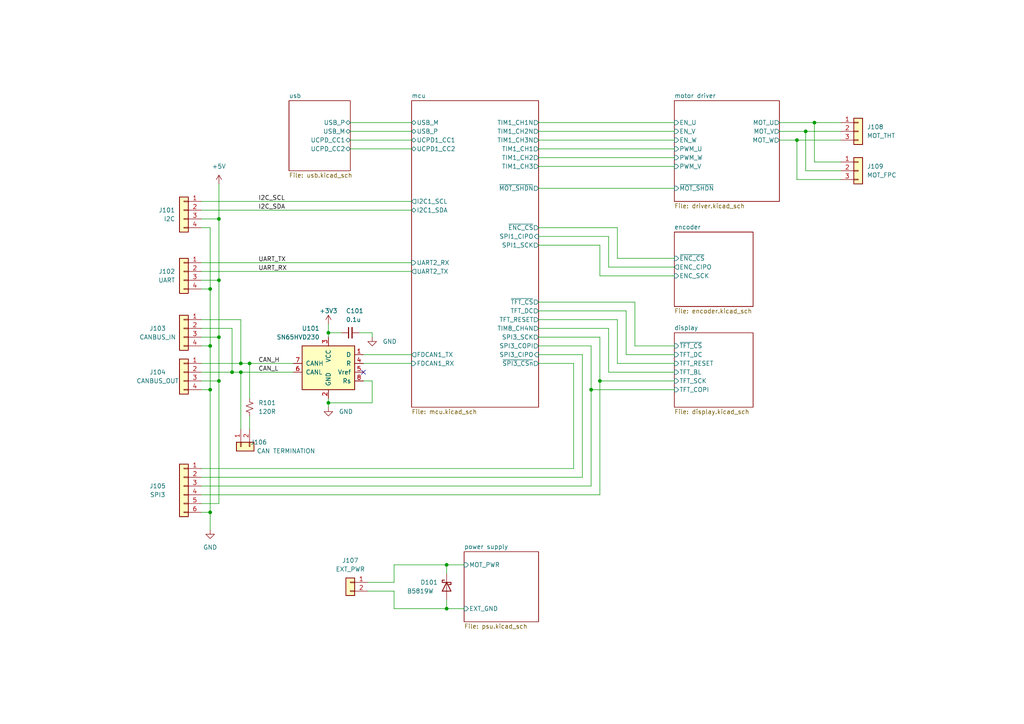
<source format=kicad_sch>
(kicad_sch (version 20230121) (generator eeschema)
  (paper "A4")
  (title_block (title "PERIPHERAL DIAGRAM") (date "2023-06-17") (rev "1.0") (company "matei repair lab"))
  (lib_symbols
    (symbol "Connector_Generic:Conn_01x02" (pin_names (offset 1.016) hide)
      (property "Reference" "J" (at 0 2.54 0))
      (property "Value" "Conn_01x02" (at 0 -5.08 0))
      (symbol "Conn_01x02_1_1"
        (rectangle (start -1.27 -2.413) (end 0 -2.667) (stroke (width 0.1524)))
        (rectangle (start -1.27 0.127) (end 0 -0.127) (stroke (width 0.1524)))
        (rectangle (start -1.27 1.27) (end 1.27 -3.81) (stroke (width 0.254)) (fill (type background)))
        (pin passive line (at -5.08 0 0) (length 3.81) (name "Pin_1") (number "1"))
        (pin passive line (at -5.08 -2.54 0) (length 3.81) (name "Pin_2") (number "2"))
      )
    )
    (symbol "Connector_Generic:Conn_01x03" (pin_names (offset 1.016) hide)
      (property "Reference" "J" (at 0 5.08 0))
      (property "Value" "Conn_01x03" (at 0 -5.08 0))
      (symbol "Conn_01x03_1_1"
        (rectangle (start -1.27 -2.413) (end 0 -2.667) (stroke (width 0.1524)))
        (rectangle (start -1.27 0.127) (end 0 -0.127) (stroke (width 0.1524)))
        (rectangle (start -1.27 2.667) (end 0 2.413) (stroke (width 0.1524)))
        (rectangle (start -1.27 3.81) (end 1.27 -3.81) (stroke (width 0.254)) (fill (type background)))
        (pin passive line (at -5.08 2.54 0) (length 3.81) (name "Pin_1") (number "1"))
        (pin passive line (at -5.08 0 0) (length 3.81) (name "Pin_2") (number "2"))
        (pin passive line (at -5.08 -2.54 0) (length 3.81) (name "Pin_3") (number "3"))
      )
    )
    (symbol "Connector_Generic:Conn_01x04" (pin_names (offset 1.016) hide)
      (property "Reference" "J" (at 0 5.08 0))
      (property "Value" "Conn_01x04" (at 0 -7.62 0))
      (symbol "Conn_01x04_1_1"
        (rectangle (start -1.27 -4.953) (end 0 -5.207) (stroke (width 0.1524)))
        (rectangle (start -1.27 -2.413) (end 0 -2.667) (stroke (width 0.1524)))
        (rectangle (start -1.27 0.127) (end 0 -0.127) (stroke (width 0.1524)))
        (rectangle (start -1.27 2.667) (end 0 2.413) (stroke (width 0.1524)))
        (rectangle (start -1.27 3.81) (end 1.27 -6.35) (stroke (width 0.254)) (fill (type background)))
        (pin passive line (at -5.08 2.54 0) (length 3.81) (name "Pin_1") (number "1"))
        (pin passive line (at -5.08 0 0) (length 3.81) (name "Pin_2") (number "2"))
        (pin passive line (at -5.08 -2.54 0) (length 3.81) (name "Pin_3") (number "3"))
        (pin passive line (at -5.08 -5.08 0) (length 3.81) (name "Pin_4") (number "4"))
      )
    )
    (symbol "Connector_Generic:Conn_01x06" (pin_names (offset 1.016) hide)
      (property "Reference" "J" (at 0 7.62 0))
      (property "Value" "Conn_01x06" (at 0 -10.16 0))
      (symbol "Conn_01x06_1_1"
        (rectangle (start -1.27 -7.493) (end 0 -7.747) (stroke (width 0.1524)))
        (rectangle (start -1.27 -4.953) (end 0 -5.207) (stroke (width 0.1524)))
        (rectangle (start -1.27 -2.413) (end 0 -2.667) (stroke (width 0.1524)))
        (rectangle (start -1.27 0.127) (end 0 -0.127) (stroke (width 0.1524)))
        (rectangle (start -1.27 2.667) (end 0 2.413) (stroke (width 0.1524)))
        (rectangle (start -1.27 5.207) (end 0 4.953) (stroke (width 0.1524)))
        (rectangle (start -1.27 6.35) (end 1.27 -8.89) (stroke (width 0.254)) (fill (type background)))
        (pin passive line (at -5.08 5.08 0) (length 3.81) (name "Pin_1") (number "1"))
        (pin passive line (at -5.08 2.54 0) (length 3.81) (name "Pin_2") (number "2"))
        (pin passive line (at -5.08 0 0) (length 3.81) (name "Pin_3") (number "3"))
        (pin passive line (at -5.08 -2.54 0) (length 3.81) (name "Pin_4") (number "4"))
        (pin passive line (at -5.08 -5.08 0) (length 3.81) (name "Pin_5") (number "5"))
        (pin passive line (at -5.08 -7.62 0) (length 3.81) (name "Pin_6") (number "6"))
      )
    )
    (symbol "Device:C_Small" (pin_numbers hide) (pin_names (offset 0.254) hide)
      (property "Reference" "C" (at 0.254 1.778 0))
      (property "Value" "C_Small" (at 0.254 -2.032 0))
      (symbol "C_Small_0_1"
        (polyline (pts (xy -1.524 -0.508) (xy 1.524 -0.508)) (stroke (width 0.3302)))
        (polyline (pts (xy -1.524 0.508) (xy 1.524 0.508)) (stroke (width 0.3048)))
      )
      (symbol "C_Small_1_1"
        (pin passive line (at 0 2.54 270) (length 2.032) (name "~") (number "1"))
        (pin passive line (at 0 -2.54 90) (length 2.032) (name "~") (number "2"))
      )
    )
    (symbol "Device:D_Schottky" (pin_numbers hide) (pin_names (offset 1.016) hide)
      (property "Reference" "D" (at 0 2.54 0))
      (property "Value" "D_Schottky" (at 0 -2.54 0))
      (symbol "D_Schottky_0_1"
        (polyline (pts (xy 1.27 0) (xy -1.27 0)))
        (polyline (pts (xy 1.27 1.27) (xy 1.27 -1.27) (xy -1.27 0) (xy 1.27 1.27)) (stroke (width 0.254)))
        (polyline (pts (xy -1.905 0.635) (xy -1.905 1.27) (xy -1.27 1.27) (xy -1.27 -1.27) (xy -0.635 -1.27) (xy -0.635 -0.635)) (stroke (width 0.254)))
      )
      (symbol "D_Schottky_1_1"
        (pin passive line (at -3.81 0 0) (length 2.54) (name "K") (number "1"))
        (pin passive line (at 3.81 0 180) (length 2.54) (name "A") (number "2"))
      )
    )
    (symbol "Device:R_Small_US" (pin_numbers hide) (pin_names (offset 0.254) hide)
      (property "Reference" "R" (at 0.762 0.508 0))
      (property "Value" "R_Small_US" (at 0.762 -1.016 0))
      (symbol "R_Small_US_1_1"
        (polyline (pts (xy 0 0) (xy 1.016 -0.381) (xy 0 -0.762) (xy -1.016 -1.143) (xy 0 -1.524)))
        (polyline (pts (xy 0 1.524) (xy 1.016 1.143) (xy 0 0.762) (xy -1.016 0.381) (xy 0 0)))
        (pin passive line (at 0 2.54 270) (length 1.016) (name "~") (number "1"))
        (pin passive line (at 0 -2.54 90) (length 1.016) (name "~") (number "2"))
      )
    )
    (symbol "Interface_CAN_LIN:SN65HVD230" (pin_names (offset 1.016))
      (property "Reference" "U" (at -2.54 10.16 0))
      (property "Value" "SN65HVD230" (at -2.54 7.62 0))
      (symbol "SN65HVD230_0_1"
        (rectangle (start -7.62 5.08) (end 7.62 -7.62) (stroke (width 0.254)) (fill (type background)))
      )
      (symbol "SN65HVD230_1_1"
        (pin input line (at -10.16 2.54 0) (length 2.54) (name "D") (number "1"))
        (pin power_in line (at 0 -10.16 90) (length 2.54) (name "GND") (number "2"))
        (pin power_in line (at 0 7.62 270) (length 2.54) (name "VCC") (number "3"))
        (pin output line (at -10.16 0 0) (length 2.54) (name "R") (number "4"))
        (pin output line (at -10.16 -2.54 0) (length 2.54) (name "Vref") (number "5"))
        (pin bidirectional line (at 10.16 -2.54 180) (length 2.54) (name "CANL") (number "6"))
        (pin bidirectional line (at 10.16 0 180) (length 2.54) (name "CANH") (number "7"))
        (pin input line (at -10.16 -5.08 0) (length 2.54) (name "Rs") (number "8"))
      )
    )
    (symbol "power:+3V3" (power) (pin_names (offset 0))
      (property "Value" "+3V3" (at 0 3.556 0))
      (symbol "+3V3_0_1"
        (polyline (pts (xy -0.762 1.27) (xy 0 2.54)))
        (polyline (pts (xy 0 0) (xy 0 2.54)))
        (polyline (pts (xy 0 2.54) (xy 0.762 1.27)))
      )
      (symbol "+3V3_1_1"
        (pin power_in line (at 0 0 90) (length 0) hide (name "+3V3") (number "1"))
      )
    )
    (symbol "power:+5V" (power) (pin_names (offset 0))
      (property "Value" "+5V" (at 0 3.556 0))
      (symbol "+5V_0_1"
        (polyline (pts (xy -0.762 1.27) (xy 0 2.54)))
        (polyline (pts (xy 0 0) (xy 0 2.54)))
        (polyline (pts (xy 0 2.54) (xy 0.762 1.27)))
      )
      (symbol "+5V_1_1"
        (pin power_in line (at 0 0 90) (length 0) hide (name "+5V") (number "1"))
      )
    )
    (symbol "power:GND" (power) (pin_names (offset 0))
      (property "Value" "GND" (at 0 -3.81 0))
      (symbol "GND_0_1"
        (polyline (pts (xy 0 0) (xy 0 -1.27) (xy 1.27 -1.27) (xy 0 -2.54) (xy -1.27 -1.27) (xy 0 -1.27)))
      )
      (symbol "GND_1_1"
        (pin power_in line (at 0 0 270) (length 0) hide (name "GND") (number "1"))
      )
    )
  )
  (junction (at 129.54 176.53))
  (junction (at 60.96 100.33))
  (junction (at 233.68 38.1))
  (junction (at 63.5 97.79))
  (junction (at 63.5 63.5))
  (junction (at 236.22 35.56))
  (junction (at 72.39 105.41))
  (junction (at 60.96 148.59))
  (junction (at 69.85 105.41))
  (junction (at 231.14 40.64))
  (junction (at 95.25 96.52))
  (junction (at 129.54 163.83))
  (junction (at 173.99 110.49))
  (junction (at 67.31 107.95))
  (junction (at 171.45 113.03))
  (junction (at 63.5 110.49))
  (junction (at 60.96 113.03))
  (junction (at 60.96 83.82))
  (junction (at 69.85 107.95))
  (junction (at 63.5 81.28))
  (junction (at 95.25 116.84))
  (no_connect (at 105.41 107.95))
  (wire (pts (xy 179.07 105.41) (xy 195.58 105.41)))
  (wire (pts (xy 69.85 107.95) (xy 69.85 124.46)))
  (wire (pts (xy 156.21 38.1) (xy 195.58 38.1)))
  (wire (pts (xy 233.68 38.1) (xy 233.68 49.53)))
  (wire (pts (xy 106.68 171.45) (xy 114.3 171.45)))
  (wire (pts (xy 173.99 80.01) (xy 195.58 80.01)))
  (wire (pts (xy 181.61 102.87) (xy 195.58 102.87)))
  (wire (pts (xy 58.42 146.05) (xy 63.5 146.05)))
  (wire (pts (xy 129.54 176.53) (xy 134.62 176.53)))
  (wire (pts (xy 58.42 83.82) (xy 60.96 83.82)))
  (wire (pts (xy 95.25 96.52) (xy 99.06 96.52)))
  (wire (pts (xy 63.5 146.05) (xy 63.5 110.49)))
  (wire (pts (xy 95.25 115.57) (xy 95.25 116.84)))
  (wire (pts (xy 156.21 48.26) (xy 195.58 48.26)))
  (wire (pts (xy 156.21 54.61) (xy 195.58 54.61)))
  (wire (pts (xy 233.68 49.53) (xy 243.84 49.53)))
  (wire (pts (xy 101.6 40.64) (xy 119.38 40.64)))
  (wire (pts (xy 179.07 74.93) (xy 195.58 74.93)))
  (wire (pts (xy 105.41 110.49) (xy 107.95 110.49)))
  (wire (pts (xy 114.3 163.83) (xy 129.54 163.83)))
  (wire (pts (xy 226.06 38.1) (xy 233.68 38.1)))
  (wire (pts (xy 156.21 68.58) (xy 176.53 68.58)))
  (wire (pts (xy 156.21 40.64) (xy 195.58 40.64)))
  (wire (pts (xy 67.31 107.95) (xy 69.85 107.95)))
  (wire (pts (xy 63.5 63.5) (xy 63.5 81.28)))
  (wire (pts (xy 60.96 100.33) (xy 60.96 113.03)))
  (wire (pts (xy 129.54 163.83) (xy 129.54 166.37)))
  (wire (pts (xy 156.21 100.33) (xy 171.45 100.33)))
  (wire (pts (xy 67.31 95.25) (xy 67.31 107.95)))
  (wire (pts (xy 101.6 38.1) (xy 119.38 38.1)))
  (wire (pts (xy 58.42 76.2) (xy 119.38 76.2)))
  (wire (pts (xy 173.99 110.49) (xy 195.58 110.49)))
  (wire (pts (xy 60.96 148.59) (xy 60.96 153.67)))
  (wire (pts (xy 179.07 66.04) (xy 179.07 74.93)))
  (wire (pts (xy 156.21 71.12) (xy 173.99 71.12)))
  (wire (pts (xy 107.95 116.84) (xy 95.25 116.84)))
  (wire (pts (xy 233.68 38.1) (xy 243.84 38.1)))
  (wire (pts (xy 166.37 135.89) (xy 58.42 135.89)))
  (wire (pts (xy 156.21 35.56) (xy 195.58 35.56)))
  (wire (pts (xy 114.3 171.45) (xy 114.3 176.53)))
  (wire (pts (xy 156.21 105.41) (xy 166.37 105.41)))
  (wire (pts (xy 166.37 105.41) (xy 166.37 135.89)))
  (wire (pts (xy 58.42 113.03) (xy 60.96 113.03)))
  (wire (pts (xy 105.41 102.87) (xy 119.38 102.87)))
  (wire (pts (xy 226.06 40.64) (xy 231.14 40.64)))
  (wire (pts (xy 60.96 113.03) (xy 60.96 148.59)))
  (wire (pts (xy 58.42 110.49) (xy 63.5 110.49)))
  (wire (pts (xy 236.22 35.56) (xy 243.84 35.56)))
  (wire (pts (xy 58.42 97.79) (xy 63.5 97.79)))
  (wire (pts (xy 156.21 92.71) (xy 179.07 92.71)))
  (wire (pts (xy 63.5 97.79) (xy 63.5 110.49)))
  (wire (pts (xy 171.45 113.03) (xy 195.58 113.03)))
  (wire (pts (xy 173.99 71.12) (xy 173.99 80.01)))
  (wire (pts (xy 173.99 97.79) (xy 173.99 110.49)))
  (wire (pts (xy 95.25 93.98) (xy 95.25 96.52)))
  (wire (pts (xy 58.42 58.42) (xy 119.38 58.42)))
  (wire (pts (xy 107.95 110.49) (xy 107.95 116.84)))
  (wire (pts (xy 63.5 53.34) (xy 63.5 63.5)))
  (wire (pts (xy 231.14 40.64) (xy 243.84 40.64)))
  (wire (pts (xy 184.15 100.33) (xy 195.58 100.33)))
  (wire (pts (xy 184.15 87.63) (xy 184.15 100.33)))
  (wire (pts (xy 58.42 63.5) (xy 63.5 63.5)))
  (wire (pts (xy 179.07 92.71) (xy 179.07 105.41)))
  (wire (pts (xy 114.3 176.53) (xy 129.54 176.53)))
  (wire (pts (xy 58.42 60.96) (xy 119.38 60.96)))
  (wire (pts (xy 60.96 83.82) (xy 60.96 100.33)))
  (wire (pts (xy 58.42 105.41) (xy 69.85 105.41)))
  (wire (pts (xy 69.85 107.95) (xy 85.09 107.95)))
  (wire (pts (xy 171.45 113.03) (xy 171.45 140.97)))
  (wire (pts (xy 107.95 96.52) (xy 107.95 97.79)))
  (wire (pts (xy 58.42 148.59) (xy 60.96 148.59)))
  (wire (pts (xy 176.53 68.58) (xy 176.53 77.47)))
  (wire (pts (xy 95.25 116.84) (xy 95.25 118.11)))
  (wire (pts (xy 156.21 45.72) (xy 195.58 45.72)))
  (wire (pts (xy 176.53 95.25) (xy 176.53 107.95)))
  (wire (pts (xy 168.91 138.43) (xy 58.42 138.43)))
  (wire (pts (xy 101.6 43.18) (xy 119.38 43.18)))
  (wire (pts (xy 72.39 105.41) (xy 72.39 115.57)))
  (wire (pts (xy 72.39 120.65) (xy 72.39 124.46)))
  (wire (pts (xy 156.21 87.63) (xy 184.15 87.63)))
  (wire (pts (xy 63.5 81.28) (xy 63.5 97.79)))
  (wire (pts (xy 168.91 102.87) (xy 168.91 138.43)))
  (wire (pts (xy 69.85 105.41) (xy 72.39 105.41)))
  (wire (pts (xy 226.06 35.56) (xy 236.22 35.56)))
  (wire (pts (xy 173.99 143.51) (xy 58.42 143.51)))
  (wire (pts (xy 58.42 66.04) (xy 60.96 66.04)))
  (wire (pts (xy 156.21 90.17) (xy 181.61 90.17)))
  (wire (pts (xy 129.54 163.83) (xy 134.62 163.83)))
  (wire (pts (xy 156.21 43.18) (xy 195.58 43.18)))
  (wire (pts (xy 69.85 92.71) (xy 69.85 105.41)))
  (wire (pts (xy 58.42 81.28) (xy 63.5 81.28)))
  (wire (pts (xy 236.22 46.99) (xy 243.84 46.99)))
  (wire (pts (xy 58.42 78.74) (xy 119.38 78.74)))
  (wire (pts (xy 58.42 107.95) (xy 67.31 107.95)))
  (wire (pts (xy 58.42 95.25) (xy 67.31 95.25)))
  (wire (pts (xy 156.21 97.79) (xy 173.99 97.79)))
  (wire (pts (xy 105.41 105.41) (xy 119.38 105.41)))
  (wire (pts (xy 181.61 90.17) (xy 181.61 102.87)))
  (wire (pts (xy 72.39 105.41) (xy 85.09 105.41)))
  (wire (pts (xy 129.54 173.99) (xy 129.54 176.53)))
  (wire (pts (xy 173.99 110.49) (xy 173.99 143.51)))
  (wire (pts (xy 171.45 100.33) (xy 171.45 113.03)))
  (wire (pts (xy 176.53 77.47) (xy 195.58 77.47)))
  (wire (pts (xy 156.21 66.04) (xy 179.07 66.04)))
  (wire (pts (xy 231.14 52.07) (xy 243.84 52.07)))
  (wire (pts (xy 106.68 168.91) (xy 114.3 168.91)))
  (wire (pts (xy 101.6 35.56) (xy 119.38 35.56)))
  (wire (pts (xy 104.14 96.52) (xy 107.95 96.52)))
  (wire (pts (xy 236.22 35.56) (xy 236.22 46.99)))
  (wire (pts (xy 95.25 96.52) (xy 95.25 97.79)))
  (wire (pts (xy 231.14 40.64) (xy 231.14 52.07)))
  (wire (pts (xy 156.21 102.87) (xy 168.91 102.87)))
  (wire (pts (xy 114.3 168.91) (xy 114.3 163.83)))
  (wire (pts (xy 156.21 95.25) (xy 176.53 95.25)))
  (wire (pts (xy 58.42 100.33) (xy 60.96 100.33)))
  (wire (pts (xy 176.53 107.95) (xy 195.58 107.95)))
  (wire (pts (xy 60.96 66.04) (xy 60.96 83.82)))
  (wire (pts (xy 58.42 92.71) (xy 69.85 92.71)))
  (wire (pts (xy 171.45 140.97) (xy 58.42 140.97)))
  (label "I2C_SDA" (at 74.93 60.96 0))
  (label "UART_TX" (at 74.93 76.2 0))
  (label "CAN_H" (at 74.93 105.41 0))
  (label "CAN_L" (at 74.93 107.95 0))
  (label "I2C_SCL" (at 74.93 58.42 0))
  (label "UART_RX" (at 74.93 78.74 0))
  (symbol (lib_id "Device:R_Small_US") (at 72.39 118.11 180) (unit 1)
    (property "Reference" "R101" (at 74.93 116.84 0) (effects (justify right)))
    (property "Value" "120R" (at 74.93 119.38 0) (effects (justify right)))
    (property "Footprint" "Resistor_SMD:R_0402_1005Metric" (effects hide))
  )
  (symbol (lib_id "Connector_Generic:Conn_01x04") (at 53.34 95.25 0) (mirror y) (unit 1)
    (property "Reference" "J103" (at 45.72 95.25 0))
    (property "Value" "CANBUS_IN" (at 45.72 97.79 0))
    (property "Footprint" "matei:AVX-009159010061911" (effects hide))
  )
  (symbol (lib_id "power:GND") (at 107.95 97.79 0) (unit 1)
    (property "Reference" "#PWR0105" (effects hide))
    (property "Value" "GND" (at 113.03 99.06 0))
  )
  (symbol (lib_id "Connector_Generic:Conn_01x06") (at 53.34 140.97 0) (mirror y) (unit 1)
    (property "Reference" "J105" (at 45.72 140.97 0))
    (property "Value" "SPI3" (at 45.72 143.51 0))
    (property "Footprint" "Connector_PinHeader_2.54mm:PinHeader_1x06_P2.54mm_Vertical" (effects hide))
  )
  (symbol (lib_id "Connector_Generic:Conn_01x03") (at 248.92 38.1 0) (unit 1)
    (property "Reference" "J108" (at 251.46 36.83 0) (effects (justify left)))
    (property "Value" "MOT_THT" (at 251.46 39.37 0) (effects (justify left)))
    (property "Footprint" "Connector_JST:JST_XH_S3B-XH-A_1x03_P2.50mm_Horizontal" (effects hide))
  )
  (symbol (lib_id "Device:D_Schottky") (at 129.54 170.18 90) (mirror x) (unit 1)
    (property "Reference" "D101" (at 124.46 168.91 90))
    (property "Value" "B5819W" (at 121.92 171.45 90))
    (property "Footprint" "Diode_SMD:D_SOD-123" (effects hide))
  )
  (symbol (lib_id "Connector_Generic:Conn_01x02") (at 101.6 168.91 0) (mirror y) (unit 1)
    (property "Reference" "J107" (at 101.6 162.56 0))
    (property "Value" "EXT_PWR" (at 101.6 165.1 0))
    (property "Footprint" "matei:JST-XH-edgemount-2p" (effects hide))
  )
  (symbol (lib_id "Device:C_Small") (at 101.6 96.52 90) (mirror x) (unit 1)
    (property "Reference" "C101" (at 100.33 90.17 90) (effects (justify right)))
    (property "Value" "0.1u" (at 100.33 92.71 90) (effects (justify right)))
    (property "Footprint" "Capacitor_SMD:C_0402_1005Metric" (effects hide))
  )
  (symbol (lib_id "Connector_Generic:Conn_01x04") (at 53.34 107.95 0) (mirror y) (unit 1)
    (property "Reference" "J104" (at 45.72 107.95 0))
    (property "Value" "CANBUS_OUT" (at 45.72 110.49 0))
    (property "Footprint" "matei:AVX-009159010061911" (effects hide))
  )
  (symbol (lib_id "Connector_Generic:Conn_01x04") (at 53.34 60.96 0) (mirror y) (unit 1)
    (property "Reference" "J101" (at 50.8 60.96 0) (effects (justify left)))
    (property "Value" "I2C" (at 50.8 63.5 0) (effects (justify left)))
    (property "Footprint" "Connector_PinHeader_2.54mm:PinHeader_1x04_P2.54mm_Vertical" (effects hide))
  )
  (symbol (lib_id "Connector_Generic:Conn_01x03") (at 248.92 49.53 0) (unit 1)
    (property "Reference" "J109" (at 251.46 48.26 0) (effects (justify left)))
    (property "Value" "MOT_FPC" (at 251.46 50.8 0) (effects (justify left)))
    (property "Footprint" "matei:FPC-SMD_3P-P1.00_HDGC_1.0K-LS-3PWB-BOTTOMCONTACT" (effects hide))
  )
  (symbol (lib_id "Interface_CAN_LIN:SN65HVD230") (at 95.25 105.41 0) (mirror y) (unit 1)
    (property "Reference" "U101" (at 92.71 95.25 0) (effects (justify left)))
    (property "Value" "SN65HVD230" (at 92.71 97.79 0) (effects (justify left)))
    (property "Footprint" "Package_SO:SOIC-8_3.9x4.9mm_P1.27mm" (effects hide))
    (property "Datasheet" "http://www.ti.com/lit/ds/symlink/sn65hvd230.pdf" (effects hide))
  )
  (symbol (lib_id "power:GND") (at 95.25 118.11 0) (unit 1)
    (property "Reference" "#PWR0104" (effects hide))
    (property "Value" "GND" (at 100.33 119.38 0))
  )
  (symbol (lib_id "power:GND") (at 60.96 153.67 0) (mirror y) (unit 1)
    (property "Reference" "#PWR0101" (effects hide))
    (property "Value" "GND" (at 60.96 158.75 0))
  )
  (symbol (lib_id "power:+5V") (at 63.5 53.34 0) (unit 1)
    (property "Reference" "#PWR0102" (effects hide))
    (property "Value" "+5V" (at 63.5 48.26 0))
  )
  (symbol (lib_id "Connector_Generic:Conn_01x02") (at 69.85 129.54 90) (mirror x) (unit 1)
    (property "Reference" "J106" (at 77.47 128.27 90) (effects (justify left)))
    (property "Value" "CAN TERMINATION" (at 91.44 130.81 90) (effects (justify left)))
    (property "Footprint" "Jumper:SolderJumper-2_P1.3mm_Open_RoundedPad1.0x1.5mm" (effects hide))
  )
  (symbol (lib_id "Connector_Generic:Conn_01x04") (at 53.34 78.74 0) (mirror y) (unit 1)
    (property "Reference" "J102" (at 50.8 78.74 0) (effects (justify left)))
    (property "Value" "UART" (at 50.8 81.28 0) (effects (justify left)))
    (property "Footprint" "Connector_PinHeader_2.54mm:PinHeader_1x04_P2.54mm_Vertical" (effects hide))
  )
  (symbol (lib_id "power:+3V3") (at 95.25 93.98 0) (unit 1)
    (property "Reference" "#PWR0103" (effects hide))
    (property "Value" "+3V3" (at 95.25 90.17 0))
  )
  (sheet (at 195.58 29.21) (size 30.48 29.21) (stroke (width 0.1524))
    (property "Sheetname" "motor driver" (at 195.58 28.4984 0) (effects (justify left bottom)))
    (property "Sheetfile" "driver.kicad_sch" (at 195.58 59.0046 0) (effects (justify left top)))
    (pin "MOT_V" output (at 226.06 38.1 0))
    (pin "MOT_W" output (at 226.06 40.64 0))
    (pin "MOT_U" output (at 226.06 35.56 0))
    (pin "PWM_U" input (at 195.58 43.18 180))
    (pin "EN_V" input (at 195.58 38.1 180))
    (pin "EN_U" input (at 195.58 35.56 180))
    (pin "~{MOT_SHDN}" input (at 195.58 54.61 180))
    (pin "PWM_W" input (at 195.58 45.72 180))
    (pin "PWM_V" input (at 195.58 48.26 180))
    (pin "EN_W" input (at 195.58 40.64 180))
  )
  (sheet (at 195.58 96.52) (size 22.86 21.59) (stroke (width 0.1524))
    (property "Sheetname" "display" (at 195.58 95.8084 0) (effects (justify left bottom)))
    (property "Sheetfile" "display.kicad_sch" (at 195.58 118.6946 0) (effects (justify left top)))
    (pin "~{TFT_CS}" input (at 195.58 100.33 180))
    (pin "TFT_BL" input (at 195.58 107.95 180))
    (pin "TFT_SCK" input (at 195.58 110.49 180))
    (pin "TFT_RESET" input (at 195.58 105.41 180))
    (pin "TFT_COPI" input (at 195.58 113.03 180))
    (pin "TFT_DC" input (at 195.58 102.87 180))
  )
  (sheet (at 83.82 29.21) (size 17.78 20.32) (stroke (width 0.1524))
    (property "Sheetname" "usb" (at 83.82 28.4984 0) (effects (justify left bottom)))
    (property "Sheetfile" "usb.kicad_sch" (at 83.82 50.1146 0) (effects (justify left top)))
    (pin "UCPD_CC1" bidirectional (at 101.6 40.64 0))
    (pin "UCPD_CC2" bidirectional (at 101.6 43.18 0))
    (pin "USB_M" bidirectional (at 101.6 38.1 0))
    (pin "USB_P" bidirectional (at 101.6 35.56 0))
  )
  (sheet (at 195.58 67.31) (size 22.86 21.59) (stroke (width 0.1524))
    (property "Sheetname" "encoder" (at 195.58 66.5984 0) (effects (justify left bottom)))
    (property "Sheetfile" "encoder.kicad_sch" (at 195.58 89.4846 0) (effects (justify left top)))
    (pin "~{ENC_CS}" input (at 195.58 74.93 180))
    (pin "ENC_CIPO" output (at 195.58 77.47 180))
    (pin "ENC_SCK" input (at 195.58 80.01 180))
  )
  (sheet (at 119.38 29.21) (size 36.83 88.9) (stroke (width 0.1524))
    (property "Sheetname" "mcu" (at 119.38 28.4984 0) (effects (justify left bottom)))
    (property "Sheetfile" "mcu.kicad_sch" (at 119.38 118.6946 0) (effects (justify left top)))
    (pin "SPI3_COPI" output (at 156.21 100.33 0))
    (pin "I2C1_SDA" bidirectional (at 119.38 60.96 180))
    (pin "TFT_DC" output (at 156.21 90.17 0))
    (pin "TFT_RESET" output (at 156.21 92.71 0))
    (pin "TIM8_CH4N" output (at 156.21 95.25 0))
    (pin "UCPD1_CC2" bidirectional (at 119.38 43.18 180))
    (pin "SPI3_CIPO" input (at 156.21 102.87 0))
    (pin "SPI3_SCK" output (at 156.21 97.79 0))
    (pin "FDCAN1_RX" input (at 119.38 105.41 180))
    (pin "FDCAN1_TX" output (at 119.38 102.87 180))
    (pin "UCPD1_CC1" bidirectional (at 119.38 40.64 180))
    (pin "SPI1_CIPO" input (at 156.21 68.58 0))
    (pin "SPI1_SCK" output (at 156.21 71.12 0))
    (pin "UART2_RX" input (at 119.38 76.2 180))
    (pin "UART2_TX" output (at 119.38 78.74 180))
    (pin "USB_M" bidirectional (at 119.38 35.56 180))
    (pin "I2C1_SCL" output (at 119.38 58.42 180))
    (pin "USB_P" bidirectional (at 119.38 38.1 180))
    (pin "TIM1_CH2N" output (at 156.21 38.1 0))
    (pin "TIM1_CH3N" output (at 156.21 40.64 0))
    (pin "TIM1_CH1N" output (at 156.21 35.56 0))
    (pin "TIM1_CH1" output (at 156.21 43.18 0))
    (pin "TIM1_CH2" output (at 156.21 45.72 0))
    (pin "TIM1_CH3" output (at 156.21 48.26 0))
    (pin "~{TFT_CS}" output (at 156.21 87.63 0))
    (pin "~{MOT_SHDN}" output (at 156.21 54.61 0))
    (pin "~{SPI3_CSn}" output (at 156.21 105.41 0))
    (pin "~{ENC_CS}" output (at 156.21 66.04 0))
  )
  (sheet (at 134.62 160.02) (size 21.59 20.32) (stroke (width 0.1524))
    (property "Sheetname" "power supply" (at 134.62 159.3084 0) (effects (justify left bottom)))
    (property "Sheetfile" "psu.kicad_sch" (at 134.62 180.9246 0) (effects (justify left top)))
    (pin "EXT_GND" input (at 134.62 176.53 180))
    (pin "MOT_PWR" input (at 134.62 163.83 180))
  )
)
</source>
